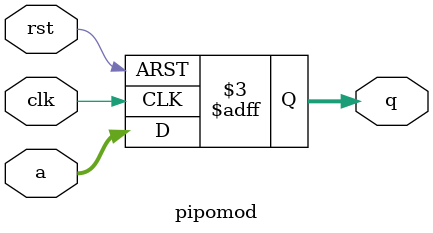
<source format=v>
`timescale 1ns / 1ps

module pipomod(clk,a,rst,q);
input clk, rst;
input [3:0]a;
output [3:0] q;
reg [3:0] q;
always @(posedge clk, posedge rst)
begin
if (rst==1'b1)
q <= 4'b0000;
else
q <= a;
end
endmodule

</source>
